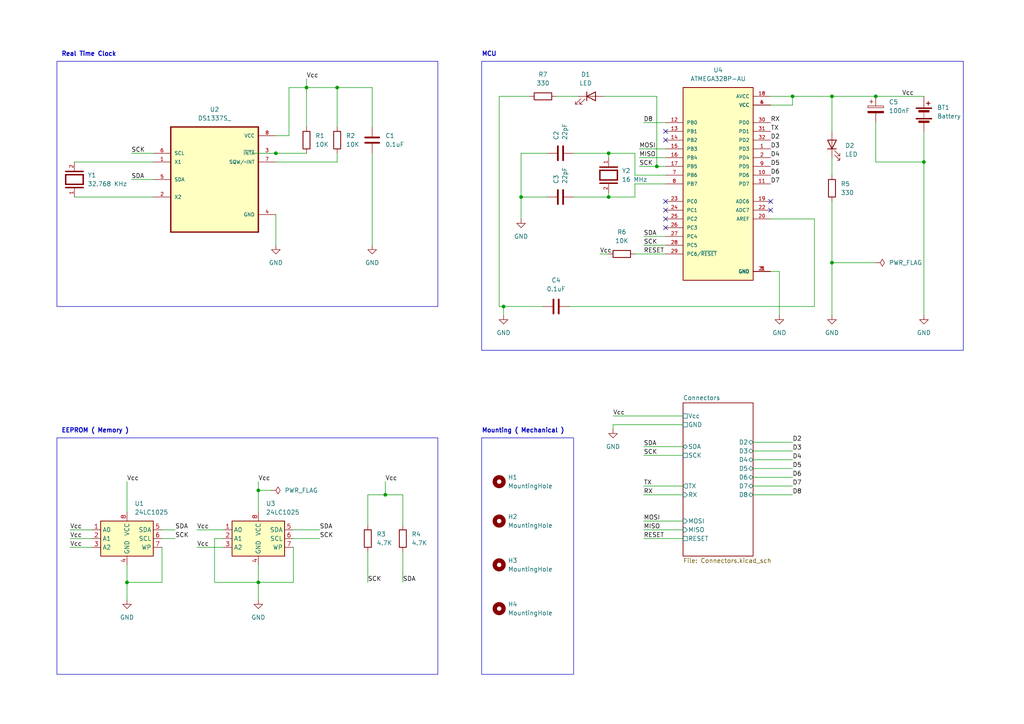
<source format=kicad_sch>
(kicad_sch (version 20230121) (generator eeschema)
  (paper "A4")
  (title_block (title "${project_name}") (date "2024-01-16") (rev "1") (company "Majed Dev"))
  (lib_symbols
    (symbol "ATMEGA328P-AU:ATMEGA328P-AU" (pin_names (offset 1.016))
      (property "Reference" "U" (at -10.1755 29.2546 0))
      (property "Value" "ATMEGA328P-AU" (at -10.1669 -31.7714 0))
      (symbol "ATMEGA328P-AU_0_0"
        (rectangle (start -10.16 -27.94) (end 10.16 27.94) (stroke (width 0.254)) (fill (type background)))
        (pin bidirectional line (at 15.24 10.16 180) (length 5.08) (name "PD3") (number "1"))
        (pin bidirectional line (at 15.24 2.54 180) (length 5.08) (name "PD6") (number "10"))
        (pin bidirectional line (at 15.24 0 180) (length 5.08) (name "PD7") (number "11"))
        (pin bidirectional line (at -15.24 17.78 0) (length 5.08) (name "PB0") (number "12"))
        (pin bidirectional line (at -15.24 15.24 0) (length 5.08) (name "PB1") (number "13"))
        (pin bidirectional line (at -15.24 12.7 0) (length 5.08) (name "PB2") (number "14"))
        (pin bidirectional line (at -15.24 10.16 0) (length 5.08) (name "PB3") (number "15"))
        (pin bidirectional line (at -15.24 7.62 0) (length 5.08) (name "PB4") (number "16"))
        (pin bidirectional line (at -15.24 5.08 0) (length 5.08) (name "PB5") (number "17"))
        (pin power_in line (at 15.24 25.4 180) (length 5.08) (name "AVCC") (number "18"))
        (pin bidirectional line (at 15.24 -5.08 180) (length 5.08) (name "ADC6") (number "19"))
        (pin bidirectional line (at 15.24 7.62 180) (length 5.08) (name "PD4") (number "2"))
        (pin input line (at 15.24 -10.16 180) (length 5.08) (name "AREF") (number "20"))
        (pin power_in line (at 15.24 -25.4 180) (length 5.08) (name "GND") (number "21"))
        (pin bidirectional line (at 15.24 -7.62 180) (length 5.08) (name "ADC7") (number "22"))
        (pin bidirectional line (at -15.24 -5.08 0) (length 5.08) (name "PC0") (number "23"))
        (pin bidirectional line (at -15.24 -7.62 0) (length 5.08) (name "PC1") (number "24"))
        (pin bidirectional line (at -15.24 -10.16 0) (length 5.08) (name "PC2") (number "25"))
        (pin bidirectional line (at -15.24 -12.7 0) (length 5.08) (name "PC3") (number "26"))
        (pin bidirectional line (at -15.24 -15.24 0) (length 5.08) (name "PC4") (number "27"))
        (pin bidirectional line (at -15.24 -17.78 0) (length 5.08) (name "PC5") (number "28"))
        (pin bidirectional line (at -15.24 -20.32 0) (length 5.08) (name "PC6/~{RESET}") (number "29"))
        (pin power_in line (at 15.24 -25.4 180) (length 5.08) (name "GND") (number "3"))
        (pin bidirectional line (at 15.24 17.78 180) (length 5.08) (name "PD0") (number "30"))
        (pin bidirectional line (at 15.24 15.24 180) (length 5.08) (name "PD1") (number "31"))
        (pin bidirectional line (at 15.24 12.7 180) (length 5.08) (name "PD2") (number "32"))
        (pin power_in line (at 15.24 22.86 180) (length 5.08) (name "VCC") (number "4"))
        (pin power_in line (at 15.24 -25.4 180) (length 5.08) (name "GND") (number "5"))
        (pin power_in line (at 15.24 22.86 180) (length 5.08) (name "VCC") (number "6"))
        (pin bidirectional line (at -15.24 2.54 0) (length 5.08) (name "PB6") (number "7"))
        (pin bidirectional line (at -15.24 0 0) (length 5.08) (name "PB7") (number "8"))
        (pin bidirectional line (at 15.24 5.08 180) (length 5.08) (name "PD5") (number "9"))
      )
    )
    (symbol "CC7V-T1A-100.000KHZ-9PF-100PPM-TA-QC:CC7V-T1A-100.000KHZ-9PF-100PPM-TA-QC" (pin_names (offset 1.016))
      (property "Reference" "Y" (at -5.0878 3.8159 0))
      (property "Value" "CC7V-T1A-100.000KHZ-9PF-100PPM-TA-QC" (at -5.0944 -5.0944 0))
      (symbol "CC7V-T1A-100.000KHZ-9PF-100PPM-TA-QC_0_0"
        (polyline (pts (xy -2.3368 2.54) (xy -2.3368 -2.54)) (stroke (width 0.4064)))
        (polyline (pts (xy -1.397 2.54) (xy -1.397 -2.54)) (stroke (width 0.4064)))
        (polyline (pts (xy -1.397 2.54) (xy 1.397 2.54)) (stroke (width 0.4064)))
        (polyline (pts (xy 1.397 -2.54) (xy -1.397 -2.54)) (stroke (width 0.4064)))
        (polyline (pts (xy 1.397 2.54) (xy 1.397 -2.54)) (stroke (width 0.4064)))
        (polyline (pts (xy 2.3368 2.54) (xy 2.3368 -2.54)) (stroke (width 0.4064)))
        (pin passive line (at -5.08 0 0) (length 2.54) (name "~") (number "1"))
        (pin passive line (at 5.08 0 180) (length 2.54) (name "~") (number "2"))
      )
    )
    (symbol "DS1337S_:DS1337S_" (pin_names (offset 1.016))
      (property "Reference" "U" (at -12.7 16.24 0))
      (property "Value" "DS1337S_" (at -12.7 -19.24 0))
      (symbol "DS1337S__0_0"
        (rectangle (start -12.7 -15.24) (end 12.7 15.24) (stroke (width 0.41)) (fill (type background)))
        (pin input line (at -17.78 5.08 0) (length 5.08) (name "X1") (number "1"))
        (pin bidirectional line (at -17.78 -5.08 0) (length 5.08) (name "X2") (number "2"))
        (pin output line (at 17.78 7.62 180) (length 5.08) (name "~{INTA}") (number "3"))
        (pin power_in line (at 17.78 -10.16 180) (length 5.08) (name "GND") (number "4"))
        (pin bidirectional line (at -17.78 0 0) (length 5.08) (name "SDA") (number "5"))
        (pin input line (at -17.78 7.62 0) (length 5.08) (name "SCL") (number "6"))
        (pin output line (at 17.78 5.08 180) (length 5.08) (name "SQW/~INT") (number "7"))
        (pin power_in line (at 17.78 12.7 180) (length 5.08) (name "VCC") (number "8"))
      )
    )
    (symbol "Device:Battery" (pin_numbers hide) (pin_names (offset 0) hide)
      (property "Reference" "BT" (at 2.54 2.54 0))
      (property "Value" "Battery" (at 2.54 0 0))
      (symbol "Battery_0_1"
        (rectangle (start -2.286 -1.27) (end 2.286 -1.524) (fill (type outline)))
        (rectangle (start -2.286 1.778) (end 2.286 1.524) (fill (type outline)))
        (rectangle (start -1.524 -2.032) (end 1.524 -2.54) (fill (type outline)))
        (rectangle (start -1.524 1.016) (end 1.524 0.508) (fill (type outline)))
        (polyline (pts (xy 0 -1.016) (xy 0 -0.762)))
        (polyline (pts (xy 0 -0.508) (xy 0 -0.254)))
        (polyline (pts (xy 0 0) (xy 0 0.254)))
        (polyline (pts (xy 0 1.778) (xy 0 2.54)))
        (polyline (pts (xy 0.762 3.048) (xy 1.778 3.048)) (stroke (width 0.254)))
        (polyline (pts (xy 1.27 3.556) (xy 1.27 2.54)) (stroke (width 0.254)))
      )
      (symbol "Battery_1_1"
        (pin passive line (at 0 5.08 270) (length 2.54) (name "+") (number "1"))
        (pin passive line (at 0 -5.08 90) (length 2.54) (name "-") (number "2"))
      )
    )
    (symbol "Device:C" (pin_numbers hide) (pin_names (offset 0.254))
      (property "Reference" "C" (at 0.635 2.54 0))
      (property "Value" "C" (at 0.635 -2.54 0))
      (symbol "C_0_1"
        (polyline (pts (xy -2.032 -0.762) (xy 2.032 -0.762)) (stroke (width 0.508)))
        (polyline (pts (xy -2.032 0.762) (xy 2.032 0.762)) (stroke (width 0.508)))
      )
      (symbol "C_1_1"
        (pin passive line (at 0 3.81 270) (length 2.794) (name "~") (number "1"))
        (pin passive line (at 0 -3.81 90) (length 2.794) (name "~") (number "2"))
      )
    )
    (symbol "Device:C_Polarized" (pin_numbers hide) (pin_names (offset 0.254))
      (property "Reference" "C" (at 0.635 2.54 0))
      (property "Value" "C_Polarized" (at 0.635 -2.54 0))
      (symbol "C_Polarized_0_1"
        (rectangle (start -2.286 0.508) (end 2.286 1.016))
        (polyline (pts (xy -1.778 2.286) (xy -0.762 2.286)))
        (polyline (pts (xy -1.27 2.794) (xy -1.27 1.778)))
        (rectangle (start 2.286 -0.508) (end -2.286 -1.016) (fill (type outline)))
      )
      (symbol "C_Polarized_1_1"
        (pin passive line (at 0 3.81 270) (length 2.794) (name "~") (number "1"))
        (pin passive line (at 0 -3.81 90) (length 2.794) (name "~") (number "2"))
      )
    )
    (symbol "Device:LED" (pin_numbers hide) (pin_names (offset 1.016) hide)
      (property "Reference" "D" (at 0 2.54 0))
      (property "Value" "LED" (at 0 -2.54 0))
      (symbol "LED_0_1"
        (polyline (pts (xy -1.27 -1.27) (xy -1.27 1.27)) (stroke (width 0.254)))
        (polyline (pts (xy -1.27 0) (xy 1.27 0)))
        (polyline (pts (xy 1.27 -1.27) (xy 1.27 1.27) (xy -1.27 0) (xy 1.27 -1.27)) (stroke (width 0.254)))
        (polyline (pts (xy -3.048 -0.762) (xy -4.572 -2.286) (xy -3.81 -2.286) (xy -4.572 -2.286) (xy -4.572 -1.524)))
        (polyline (pts (xy -1.778 -0.762) (xy -3.302 -2.286) (xy -2.54 -2.286) (xy -3.302 -2.286) (xy -3.302 -1.524)))
      )
      (symbol "LED_1_1"
        (pin passive line (at -3.81 0 0) (length 2.54) (name "K") (number "1"))
        (pin passive line (at 3.81 0 180) (length 2.54) (name "A") (number "2"))
      )
    )
    (symbol "Device:R" (pin_numbers hide) (pin_names (offset 0))
      (property "Reference" "R" (at 2.032 0 90))
      (property "Value" "R" (at 0 0 90))
      (symbol "R_0_1"
        (rectangle (start -1.016 -2.54) (end 1.016 2.54) (stroke (width 0.254)))
      )
      (symbol "R_1_1"
        (pin passive line (at 0 3.81 270) (length 1.27) (name "~") (number "1"))
        (pin passive line (at 0 -3.81 90) (length 1.27) (name "~") (number "2"))
      )
    )
    (symbol "Mechanical:MountingHole" (pin_names (offset 1.016))
      (property "Reference" "H" (at 0 5.08 0))
      (property "Value" "MountingHole" (at 0 3.175 0))
      (symbol "MountingHole_0_1"
        (circle (center 0 0) (radius 1.27) (stroke (width 1.27)))
      )
    )
    (symbol "Memory_EEPROM:24LC1025"
      (property "Reference" "U" (at -6.35 6.35 0))
      (property "Value" "24LC1025" (at 1.27 6.35 0))
      (symbol "24LC1025_1_1"
        (rectangle (start -7.62 5.08) (end 7.62 -5.08) (stroke (width 0.254)) (fill (type background)))
        (pin input line (at -10.16 2.54 0) (length 2.54) (name "A0") (number "1"))
        (pin input line (at -10.16 0 0) (length 2.54) (name "A1") (number "2"))
        (pin input line (at -10.16 -2.54 0) (length 2.54) (name "A2") (number "3"))
        (pin power_in line (at 0 -7.62 90) (length 2.54) (name "GND") (number "4"))
        (pin bidirectional line (at 10.16 2.54 180) (length 2.54) (name "SDA") (number "5"))
        (pin input line (at 10.16 0 180) (length 2.54) (name "SCL") (number "6"))
        (pin input line (at 10.16 -2.54 180) (length 2.54) (name "WP") (number "7"))
        (pin power_in line (at 0 7.62 270) (length 2.54) (name "VCC") (number "8"))
      )
    )
    (symbol "power:GND" (power) (pin_names (offset 0))
      (property "Value" "GND" (at 0 -3.81 0))
      (symbol "GND_0_1"
        (polyline (pts (xy 0 0) (xy 0 -1.27) (xy 1.27 -1.27) (xy 0 -2.54) (xy -1.27 -1.27) (xy 0 -1.27)))
      )
      (symbol "GND_1_1"
        (pin power_in line (at 0 0 270) (length 0) hide (name "GND") (number "1"))
      )
    )
    (symbol "power:PWR_FLAG" (power) (pin_numbers hide) (pin_names (offset 0) hide)
      (property "Value" "PWR_FLAG" (at 0 3.81 0))
      (symbol "PWR_FLAG_0_0"
        (pin power_out line (at 0 0 90) (length 0) (name "pwr") (number "1"))
      )
      (symbol "PWR_FLAG_0_1"
        (polyline (pts (xy 0 0) (xy 0 1.27) (xy -1.016 1.905) (xy 0 2.54) (xy 1.016 1.905) (xy 0 1.27)))
      )
    )
  )
  (junction (at 97.79 25.4))
  (junction (at 88.9 25.4))
  (junction (at 267.97 46.99))
  (junction (at 151.13 57.15))
  (junction (at 254 27.94))
  (junction (at 190.5 48.26))
  (junction (at 80.01 44.45))
  (junction (at 241.3 76.2))
  (junction (at 176.53 44.45))
  (junction (at 111.76 143.51))
  (junction (at 229.87 27.94))
  (junction (at 176.53 57.15))
  (junction (at 36.83 168.91))
  (junction (at 74.93 142.24))
  (junction (at 146.05 88.9))
  (junction (at 74.93 168.91))
  (junction (at 241.3 27.94))
  (no_connect (at 193.04 58.42))
  (no_connect (at 223.52 60.96))
  (no_connect (at 193.04 63.5))
  (no_connect (at 193.04 66.04))
  (no_connect (at 193.04 60.96))
  (no_connect (at 193.04 38.1))
  (no_connect (at 193.04 40.64))
  (no_connect (at 223.52 58.42))
  (wire (pts (xy 190.5 27.94) (xy 190.5 48.26)))
  (wire (pts (xy 111.76 139.7) (xy 111.76 143.51)))
  (wire (pts (xy 38.1 44.45) (xy 44.45 44.45)))
  (wire (pts (xy 144.78 27.94) (xy 153.67 27.94)))
  (wire (pts (xy 223.52 63.5) (xy 236.22 63.5)))
  (wire (pts (xy 46.99 158.75) (xy 46.99 168.91)))
  (wire (pts (xy 229.87 30.48) (xy 229.87 27.94)))
  (wire (pts (xy 241.3 76.2) (xy 241.3 91.44)))
  (wire (pts (xy 184.15 44.45) (xy 176.53 44.45)))
  (wire (pts (xy 267.97 46.99) (xy 267.97 91.44)))
  (wire (pts (xy 184.15 73.66) (xy 193.04 73.66)))
  (wire (pts (xy 107.95 44.45) (xy 107.95 71.12)))
  (wire (pts (xy 57.15 158.75) (xy 64.77 158.75)))
  (wire (pts (xy 62.23 156.21) (xy 62.23 168.91)))
  (wire (pts (xy 21.59 46.99) (xy 44.45 46.99)))
  (wire (pts (xy 176.53 44.45) (xy 176.53 45.72)))
  (wire (pts (xy 175.26 27.94) (xy 190.5 27.94)))
  (wire (pts (xy 83.82 25.4) (xy 88.9 25.4)))
  (wire (pts (xy 36.83 139.7) (xy 36.83 148.59)))
  (wire (pts (xy 146.05 88.9) (xy 157.48 88.9)))
  (wire (pts (xy 74.93 163.83) (xy 74.93 168.91)))
  (wire (pts (xy 176.53 57.15) (xy 176.53 55.88)))
  (wire (pts (xy 241.3 27.94) (xy 254 27.94)))
  (wire (pts (xy 223.52 27.94) (xy 229.87 27.94)))
  (wire (pts (xy 267.97 38.1) (xy 267.97 46.99)))
  (wire (pts (xy 111.76 143.51) (xy 116.84 143.51)))
  (wire (pts (xy 83.82 39.37) (xy 83.82 25.4)))
  (wire (pts (xy 116.84 143.51) (xy 116.84 152.4)))
  (wire (pts (xy 106.68 143.51) (xy 111.76 143.51)))
  (wire (pts (xy 193.04 50.8) (xy 184.15 50.8)))
  (wire (pts (xy 20.32 158.75) (xy 26.67 158.75)))
  (wire (pts (xy 57.15 153.67) (xy 64.77 153.67)))
  (wire (pts (xy 184.15 57.15) (xy 176.53 57.15)))
  (wire (pts (xy 88.9 25.4) (xy 88.9 36.83)))
  (wire (pts (xy 218.44 130.81) (xy 229.87 130.81)))
  (wire (pts (xy 218.44 140.97) (xy 229.87 140.97)))
  (wire (pts (xy 107.95 25.4) (xy 107.95 36.83)))
  (wire (pts (xy 184.15 50.8) (xy 184.15 44.45)))
  (wire (pts (xy 218.44 135.89) (xy 229.87 135.89)))
  (wire (pts (xy 80.01 71.12) (xy 80.01 62.23)))
  (wire (pts (xy 173.99 73.66) (xy 176.53 73.66)))
  (wire (pts (xy 185.42 45.72) (xy 193.04 45.72)))
  (wire (pts (xy 36.83 168.91) (xy 36.83 163.83)))
  (wire (pts (xy 184.15 53.34) (xy 184.15 57.15)))
  (wire (pts (xy 88.9 22.86) (xy 88.9 25.4)))
  (wire (pts (xy 241.3 58.42) (xy 241.3 76.2)))
  (wire (pts (xy 73.66 44.45) (xy 80.01 44.45)))
  (wire (pts (xy 106.68 160.02) (xy 106.68 168.91)))
  (wire (pts (xy 186.69 132.08) (xy 198.12 132.08)))
  (wire (pts (xy 186.69 68.58) (xy 193.04 68.58)))
  (wire (pts (xy 186.69 71.12) (xy 193.04 71.12)))
  (wire (pts (xy 151.13 57.15) (xy 151.13 63.5)))
  (wire (pts (xy 236.22 88.9) (xy 165.1 88.9)))
  (wire (pts (xy 85.09 153.67) (xy 92.71 153.67)))
  (wire (pts (xy 144.78 27.94) (xy 144.78 88.9)))
  (wire (pts (xy 177.8 123.19) (xy 177.8 124.46)))
  (wire (pts (xy 241.3 45.72) (xy 241.3 50.8)))
  (wire (pts (xy 198.12 123.19) (xy 177.8 123.19)))
  (wire (pts (xy 218.44 133.35) (xy 229.87 133.35)))
  (wire (pts (xy 97.79 25.4) (xy 107.95 25.4)))
  (wire (pts (xy 151.13 44.45) (xy 151.13 57.15)))
  (wire (pts (xy 97.79 44.45) (xy 97.79 46.99)))
  (wire (pts (xy 186.69 156.21) (xy 198.12 156.21)))
  (wire (pts (xy 62.23 168.91) (xy 74.93 168.91)))
  (wire (pts (xy 254 27.94) (xy 267.97 27.94)))
  (wire (pts (xy 186.69 153.67) (xy 198.12 153.67)))
  (wire (pts (xy 226.06 78.74) (xy 226.06 91.44)))
  (wire (pts (xy 144.78 88.9) (xy 146.05 88.9)))
  (wire (pts (xy 46.99 156.21) (xy 50.8 156.21)))
  (wire (pts (xy 190.5 48.26) (xy 193.04 48.26)))
  (wire (pts (xy 186.69 140.97) (xy 198.12 140.97)))
  (wire (pts (xy 85.09 156.21) (xy 92.71 156.21)))
  (wire (pts (xy 223.52 78.74) (xy 226.06 78.74)))
  (wire (pts (xy 185.42 43.18) (xy 193.04 43.18)))
  (wire (pts (xy 74.93 139.7) (xy 74.93 142.24)))
  (wire (pts (xy 218.44 128.27) (xy 229.87 128.27)))
  (wire (pts (xy 88.9 25.4) (xy 97.79 25.4)))
  (wire (pts (xy 151.13 57.15) (xy 158.75 57.15)))
  (wire (pts (xy 78.74 142.24) (xy 74.93 142.24)))
  (wire (pts (xy 97.79 46.99) (xy 80.01 46.99)))
  (wire (pts (xy 97.79 25.4) (xy 97.79 36.83)))
  (wire (pts (xy 218.44 138.43) (xy 229.87 138.43)))
  (wire (pts (xy 46.99 153.67) (xy 50.8 153.67)))
  (wire (pts (xy 186.69 151.13) (xy 198.12 151.13)))
  (wire (pts (xy 158.75 44.45) (xy 151.13 44.45)))
  (wire (pts (xy 106.68 152.4) (xy 106.68 143.51)))
  (wire (pts (xy 185.42 48.26) (xy 190.5 48.26)))
  (wire (pts (xy 36.83 173.99) (xy 36.83 168.91)))
  (wire (pts (xy 46.99 168.91) (xy 36.83 168.91)))
  (wire (pts (xy 74.93 142.24) (xy 74.93 148.59)))
  (wire (pts (xy 193.04 53.34) (xy 184.15 53.34)))
  (wire (pts (xy 241.3 27.94) (xy 241.3 38.1)))
  (wire (pts (xy 116.84 160.02) (xy 116.84 168.91)))
  (wire (pts (xy 186.69 143.51) (xy 198.12 143.51)))
  (wire (pts (xy 80.01 44.45) (xy 88.9 44.45)))
  (wire (pts (xy 64.77 156.21) (xy 62.23 156.21)))
  (wire (pts (xy 186.69 35.56) (xy 193.04 35.56)))
  (wire (pts (xy 236.22 63.5) (xy 236.22 88.9)))
  (wire (pts (xy 218.44 143.51) (xy 229.87 143.51)))
  (wire (pts (xy 223.52 30.48) (xy 229.87 30.48)))
  (wire (pts (xy 161.29 27.94) (xy 167.64 27.94)))
  (wire (pts (xy 254 46.99) (xy 267.97 46.99)))
  (wire (pts (xy 186.69 129.54) (xy 198.12 129.54)))
  (wire (pts (xy 146.05 91.44) (xy 146.05 88.9)))
  (wire (pts (xy 166.37 44.45) (xy 176.53 44.45)))
  (wire (pts (xy 85.09 168.91) (xy 74.93 168.91)))
  (wire (pts (xy 229.87 27.94) (xy 241.3 27.94)))
  (wire (pts (xy 21.59 57.15) (xy 44.45 57.15)))
  (wire (pts (xy 80.01 39.37) (xy 83.82 39.37)))
  (wire (pts (xy 74.93 173.99) (xy 74.93 168.91)))
  (wire (pts (xy 254 35.56) (xy 254 46.99)))
  (wire (pts (xy 241.3 76.2) (xy 254 76.2)))
  (wire (pts (xy 166.37 57.15) (xy 176.53 57.15)))
  (wire (pts (xy 85.09 158.75) (xy 85.09 168.91)))
  (wire (pts (xy 177.8 120.65) (xy 198.12 120.65)))
  (wire (pts (xy 20.32 153.67) (xy 26.67 153.67)))
  (wire (pts (xy 20.32 156.21) (xy 26.67 156.21)))
  (wire (pts (xy 38.1 52.07) (xy 44.45 52.07)))
  (rectangle (start 139.7 127) (end 166.37 195.58))
  (rectangle (start 139.7 17.78) (end 279.4 101.6))
  (rectangle (start 16.51 17.78) (end 127 88.9))
  (rectangle (start 16.51 127) (end 127 195.58))
  (text "MCU" (at 139.7 16.51 0) (effects (font (size 1.27 1.27) (thickness 0.254) bold) (justify left bottom)))
  (text "EEPROM ( Memory )" (at 17.78 125.73 0) (effects (font (size 1.27 1.27) (thickness 0.254) bold) (justify left bottom)))
  (text "Mounting ( Mechanical )" (at 139.7 125.73 0) (effects (font (size 1.27 1.27) (thickness 0.254) bold) (justify left bottom)))
  (text "Real Time Clock" (at 17.78 16.51 0) (effects (font (size 1.27 1.27) (thickness 0.254) bold) (justify left bottom)))
  (label "Vcc" (at 20.32 156.21 0))
  (label "D8" (at 229.87 143.51 0))
  (label "RX" (at 186.69 143.51 0))
  (label "D3" (at 223.52 43.18 0))
  (label "Vcc" (at 74.93 139.7 0))
  (label "SDA" (at 116.84 168.91 0))
  (label "Vcc" (at 111.76 139.7 0))
  (label "RESET" (at 186.69 156.21 0))
  (label "Vcc" (at 20.32 153.67 0))
  (label "MOSI" (at 186.69 151.13 0))
  (label "SDA" (at 92.71 153.67 0))
  (label "D6" (at 223.52 50.8 0))
  (label "MISO" (at 186.69 153.67 0))
  (label "Vcc" (at 88.9 22.86 0))
  (label "MISO" (at 185.42 45.72 0))
  (label "SCK" (at 186.69 71.12 0))
  (label "D7" (at 223.52 53.34 0))
  (label "RESET" (at 186.69 73.66 0))
  (label "SCK" (at 38.1 44.45 0))
  (label "Vcc" (at 177.8 120.65 0))
  (label "D4" (at 229.87 133.35 0))
  (label "Vcc" (at 57.15 153.67 0))
  (label "D4" (at 223.52 45.72 0))
  (label "D5" (at 229.87 135.89 0))
  (label "SCK" (at 186.69 132.08 0))
  (label "TX" (at 186.69 140.97 0))
  (label "RX" (at 223.52 35.56 0))
  (label "SDA" (at 50.8 153.67 0))
  (label "Vcc" (at 20.32 158.75 0))
  (label "SDA" (at 38.1 52.07 0))
  (label "D6" (at 229.87 138.43 0))
  (label "SCK" (at 50.8 156.21 0))
  (label "SCK" (at 185.42 48.26 0))
  (label "Vcc" (at 261.62 27.94 0))
  (label "D3" (at 229.87 130.81 0))
  (label "D5" (at 223.52 48.26 0))
  (label "D8" (at 186.69 35.56 0))
  (label "D2" (at 229.87 128.27 0))
  (label "MOSI" (at 185.42 43.18 0))
  (label "Vcc" (at 57.15 158.75 0))
  (label "TX" (at 223.52 38.1 0))
  (label "SCK" (at 92.71 156.21 0))
  (label "SDA" (at 186.69 129.54 0))
  (label "Vcc" (at 36.83 139.7 0))
  (label "Vcc" (at 173.99 73.66 0))
  (label "SDA" (at 186.69 68.58 0))
  (label "D7" (at 229.87 140.97 0))
  (label "D2" (at 223.52 40.64 0))
  (label "SCK" (at 106.68 168.91 0))
  (symbol (lib_id "Device:C") (at 162.56 57.15 90) (unit 1)
    (property "Reference" "C3" (at 161.29 53.34 0) (effects (justify left)))
    (property "Value" "22pF" (at 163.83 53.34 0) (effects (justify left)))
    (property "Footprint" "Capacitor_SMD:C_0805_2012Metric" (effects hide))
  )
  (symbol (lib_id "Device:R") (at 157.48 27.94 90) (unit 1)
    (property "Reference" "R7" (at 157.48 21.59 90))
    (property "Value" "330" (at 157.48 24.13 90))
    (property "Footprint" "Resistor_SMD:R_0805_2012Metric" (effects hide))
  )
  (symbol (lib_id "Device:Battery") (at 267.97 33.02 0) (unit 1)
    (property "Reference" "BT1" (at 271.78 31.1785 0) (effects (justify left)))
    (property "Value" "Battery" (at 271.78 33.7185 0) (effects (justify left)))
    (property "Footprint" "Connector_PinHeader_2.54mm:PinHeader_2x01_P2.54mm_Vertical" (effects hide))
  )
  (symbol (lib_id "power:GND") (at 151.13 63.5 0) (unit 1)
    (property "Reference" "#PWR06" (effects hide))
    (property "Value" "GND" (at 151.13 68.58 0))
  )
  (symbol (lib_id "Device:R") (at 180.34 73.66 90) (unit 1)
    (property "Reference" "R6" (at 180.34 67.31 90))
    (property "Value" "10K" (at 180.34 69.85 90))
    (property "Footprint" "Resistor_SMD:R_0805_2012Metric" (effects hide))
  )
  (symbol (lib_id "power:GND") (at 177.8 124.46 0) (unit 1)
    (property "Reference" "#PWR010" (effects hide))
    (property "Value" "GND" (at 177.8 129.54 0))
  )
  (symbol (lib_id "power:GND") (at 36.83 173.99 0) (unit 1)
    (property "Reference" "#PWR04" (effects hide))
    (property "Value" "GND" (at 36.83 179.07 0))
  )
  (symbol (lib_id "Device:LED") (at 241.3 41.91 90) (unit 1)
    (property "Reference" "D2" (at 245.11 42.2275 90) (effects (justify right)))
    (property "Value" "LED" (at 245.11 44.7675 90) (effects (justify right)))
    (property "Footprint" "LED_SMD:LED_0805_2012Metric" (effects hide))
  )
  (symbol (lib_id "Mechanical:MountingHole") (at 144.78 176.53 0) (unit 1)
    (property "Reference" "H4" (at 147.32 175.26 0) (effects (justify left)))
    (property "Value" "MountingHole" (at 147.32 177.8 0) (effects (justify left)))
    (property "Footprint" "MountingHole:MountingHole_2.1mm" (effects hide))
  )
  (symbol (lib_id "Device:R") (at 97.79 40.64 0) (unit 1)
    (property "Reference" "R2" (at 100.33 39.37 0) (effects (justify left)))
    (property "Value" "10K" (at 100.33 41.91 0) (effects (justify left)))
    (property "Footprint" "Resistor_SMD:R_0805_2012Metric" (effects hide))
  )
  (symbol (lib_id "Mechanical:MountingHole") (at 144.78 139.7 0) (unit 1)
    (property "Reference" "H1" (at 147.32 138.43 0) (effects (justify left)))
    (property "Value" "MountingHole" (at 147.32 140.97 0) (effects (justify left)))
    (property "Footprint" "MountingHole:MountingHole_2.1mm" (effects hide))
  )
  (symbol (lib_id "Mechanical:MountingHole") (at 144.78 163.83 0) (unit 1)
    (property "Reference" "H3" (at 147.32 162.56 0) (effects (justify left)))
    (property "Value" "MountingHole" (at 147.32 165.1 0) (effects (justify left)))
    (property "Footprint" "MountingHole:MountingHole_2.1mm" (effects hide))
  )
  (symbol (lib_id "power:PWR_FLAG") (at 254 76.2 270) (unit 1)
    (property "Reference" "#FLG01" (effects hide))
    (property "Value" "PWR_FLAG" (at 257.81 76.2 90) (effects (justify left)))
  )
  (symbol (lib_id "power:GND") (at 74.93 173.99 0) (unit 1)
    (property "Reference" "#PWR03" (effects hide))
    (property "Value" "GND" (at 74.93 179.07 0))
  )
  (symbol (lib_id "Device:R") (at 88.9 40.64 0) (unit 1)
    (property "Reference" "R1" (at 91.44 39.37 0) (effects (justify left)))
    (property "Value" "10K" (at 91.44 41.91 0) (effects (justify left)))
    (property "Footprint" "Resistor_SMD:R_0805_2012Metric" (effects hide))
  )
  (symbol (lib_id "Device:R") (at 241.3 54.61 0) (unit 1)
    (property "Reference" "R5" (at 243.84 53.34 0) (effects (justify left)))
    (property "Value" "330" (at 243.84 55.88 0) (effects (justify left)))
    (property "Footprint" "Resistor_SMD:R_0805_2012Metric" (effects hide))
  )
  (symbol (lib_id "Memory_EEPROM:24LC1025") (at 74.93 156.21 0) (unit 1)
    (property "Reference" "U3" (at 77.1241 146.05 0) (effects (justify left)))
    (property "Value" "24LC1025" (at 77.1241 148.59 0) (effects (justify left)))
    (property "Footprint" "Package_SO:SOIC-8_5.23x5.23mm_P1.27mm" (effects hide))
    (property "Datasheet" "http://ww1.microchip.com/downloads/en/DeviceDoc/21941B.pdf" (effects hide))
  )
  (symbol (lib_id "power:GND") (at 241.3 91.44 0) (unit 1)
    (property "Reference" "#PWR07" (effects hide))
    (property "Value" "GND" (at 241.3 96.52 0))
  )
  (symbol (lib_id "Device:R") (at 106.68 156.21 0) (unit 1)
    (property "Reference" "R3" (at 109.22 154.94 0) (effects (justify left)))
    (property "Value" "4.7K" (at 109.22 157.48 0) (effects (justify left)))
    (property "Footprint" "Resistor_SMD:R_0805_2012Metric" (effects hide))
  )
  (symbol (lib_id "power:PWR_FLAG") (at 78.74 142.24 270) (unit 1)
    (property "Reference" "#FLG03" (effects hide))
    (property "Value" "PWR_FLAG" (at 82.55 142.24 90) (effects (justify left)))
  )
  (symbol (lib_id "Device:C_Polarized") (at 254 31.75 0) (unit 1)
    (property "Reference" "C5" (at 257.81 29.591 0) (effects (justify left)))
    (property "Value" "100nF" (at 257.81 32.131 0) (effects (justify left)))
    (property "Footprint" "Capacitor_SMD:C_0805_2012Metric" (effects hide))
  )
  (symbol (lib_id "CC7V-T1A-100.000KHZ-9PF-100PPM-TA-QC:CC7V-T1A-100.000KHZ-9PF-100PPM-TA-QC") (at 21.59 52.07 90) (unit 1)
    (property "Reference" "Y1" (at 25.4 50.8 90) (effects (justify right)))
    (property "Value" "32.768 KHz" (at 25.4 53.34 90) (effects (justify right)))
    (property "Footprint" "Crystal:Crystal_SMD_5032-2Pin_5.0x3.2mm_HandSoldering" (effects hide))
    (property "MF" "Micro Crystal" (effects hide))
    (property "MAXIMUM_PACKAGE_HEIGHT" "0.9 mm" (effects hide))
    (property "Package" "SMD-2 Micro Crystal" (effects hide))
    (property "Price" "None" (effects hide))
    (property "Check_prices" "https://www.snapeda.com/parts/CC7V-T1A-100.000KHZ-9PF-100PPM-TA-QC/Micro+Crystal/view-part/?ref=eda" (effects hide))
    (property "STANDARD" "Manufacturer Recommendations" (effects hide))
    (property "PARTREV" "8.1/03.2021" (effects hide))
    (property "SnapEDA_Link" "https://www.snapeda.com/parts/CC7V-T1A-100.000KHZ-9PF-100PPM-TA-QC/Micro+Crystal/view-part/?ref=snap" (effects hide))
    (property "MP" "CC7V-T1A-100.000KHZ-9PF-100PPM-TA-QC" (effects hide))
    (property "Purchase-URL" "https://www.snapeda.com/api/url_track_click_mouser/?unipart_id=6285302&manufacturer=Micro Crystal&part_name=CC7V-T1A-100.000KHZ-9PF-100PPM-TA-QC&search_term=crystal:crystal_smd_5032-2pin_5.0 x3.2mm_handsoldering" (effects hide))
    (property "Description" "\nTuning Fork Crystal 32.768kHz in SMD 1.5 x 3.2 mm package\n" (effects hide))
    (property "Availability" "In Stock" (effects hide))
    (property "MANUFACTURER" "Micro Crystal" (effects hide))
  )
  (symbol (lib_id "Device:C") (at 107.95 40.64 0) (unit 1)
    (property "Reference" "C1" (at 111.76 39.37 0) (effects (justify left)))
    (property "Value" "0.1uF" (at 111.76 41.91 0) (effects (justify left)))
    (property "Footprint" "Capacitor_SMD:C_0805_2012Metric" (effects hide))
  )
  (symbol (lib_id "ATMEGA328P-AU:ATMEGA328P-AU") (at 208.28 53.34 0) (unit 1)
    (property "Reference" "U4" (at 208.28 20.32 0))
    (property "Value" "ATMEGA328P-AU" (at 208.28 22.86 0))
    (property "Footprint" "Project_Libraries:QFP80P900X900X120-32N" (effects hide))
    (property "MF" "Microchip" (effects hide))
    (property "MAXIMUM_PACKAGE_HEIGHT" "1.20mm" (effects hide))
    (property "Package" "TQFP-32 Microchip" (effects hide))
    (property "Price" "None" (effects hide))
    (property "Check_prices" "https://www.snapeda.com/parts/ATMEGA328P-AU/Microchip/view-part/?ref=eda" (effects hide))
    (property "STANDARD" "IPC-7351B" (effects hide))
    (property "PARTREV" "8271A" (effects hide))
    (property "SnapEDA_Link" "https://www.snapeda.com/parts/ATMEGA328P-AU/Microchip/view-part/?ref=snap" (effects hide))
    (property "MP" "ATMEGA328P-AU" (effects hide))
    (property "Purchase-URL" "https://www.snapeda.com/api/url_track_click_mouser/?unipart_id=44280&manufacturer=Microchip&part_name=ATMEGA328P-AU&search_term=atmega328p-au" (effects hide))
    (property "Description" "\nAVR AVR® ATmega Microcontroller IC 8-Bit 20MHz 32KB (16K x 16) FLASH 32-TQFP (7x7)\n" (effects hide))
    (property "Availability" "In Stock" (effects hide))
    (property "MANUFACTURER" "Microchip" (effects hide))
  )
  (symbol (lib_id "power:GND") (at 80.01 71.12 0) (unit 1)
    (property "Reference" "#PWR02" (effects hide))
    (property "Value" "GND" (at 80.01 76.2 0))
  )
  (symbol (lib_id "power:GND") (at 107.95 71.12 0) (unit 1)
    (property "Reference" "#PWR01" (effects hide))
    (property "Value" "GND" (at 107.95 76.2 0))
  )
  (symbol (lib_id "power:GND") (at 267.97 91.44 0) (unit 1)
    (property "Reference" "#PWR08" (effects hide))
    (property "Value" "GND" (at 267.97 96.52 0))
  )
  (symbol (lib_id "Device:LED") (at 171.45 27.94 0) (unit 1)
    (property "Reference" "D1" (at 169.8625 21.59 0))
    (property "Value" "LED" (at 169.8625 24.13 0))
    (property "Footprint" "LED_SMD:LED_0805_2012Metric" (effects hide))
  )
  (symbol (lib_id "Mechanical:MountingHole") (at 144.78 151.13 0) (unit 1)
    (property "Reference" "H2" (at 147.32 149.86 0) (effects (justify left)))
    (property "Value" "MountingHole" (at 147.32 152.4 0) (effects (justify left)))
    (property "Footprint" "MountingHole:MountingHole_2.1mm" (effects hide))
  )
  (symbol (lib_id "DS1337S_:DS1337S_") (at 62.23 52.07 0) (unit 1)
    (property "Reference" "U2" (at 62.23 31.75 0))
    (property "Value" "DS1337S_" (at 62.23 34.29 0))
    (property "Footprint" "Project_Libraries:SOIC127P600X175-8N" (effects hide))
    (property "MF" "Maxim Integrated Products" (effects hide))
    (property "Description" "\nReal Time Clock (RTC) IC Clock/Calendar I2C, 2-Wire Serial 8-SOIC (0.154, 3.90mm Width)\n" (effects hide))
    (property "Package" "None" (effects hide))
    (property "Price" "None" (effects hide))
    (property "SnapEDA_Link" "https://www.snapeda.com/parts/DS1337S+/Analog+Devices/view-part/?ref=snap" (effects hide))
    (property "MP" "DS1337S+" (effects hide))
    (property "Availability" "In Stock" (effects hide))
    (property "Check_prices" "https://www.snapeda.com/parts/DS1337S+/Analog+Devices/view-part/?ref=eda" (effects hide))
  )
  (symbol (lib_id "power:GND") (at 146.05 91.44 0) (unit 1)
    (property "Reference" "#PWR05" (effects hide))
    (property "Value" "GND" (at 146.05 96.52 0))
  )
  (symbol (lib_id "power:GND") (at 226.06 91.44 0) (unit 1)
    (property "Reference" "#PWR09" (effects hide))
    (property "Value" "GND" (at 226.06 96.52 0))
  )
  (symbol (lib_id "Device:C") (at 161.29 88.9 90) (unit 1)
    (property "Reference" "C4" (at 161.29 81.28 90))
    (property "Value" "0.1uF" (at 161.29 83.82 90))
    (property "Footprint" "Capacitor_SMD:C_0805_2012Metric" (effects hide))
  )
  (symbol (lib_id "Memory_EEPROM:24LC1025") (at 36.83 156.21 0) (unit 1)
    (property "Reference" "U1" (at 39.0241 146.05 0) (effects (justify left)))
    (property "Value" "24LC1025" (at 39.0241 148.59 0) (effects (justify left)))
    (property "Footprint" "Package_SO:SOIC-8_5.23x5.23mm_P1.27mm" (effects hide))
    (property "Datasheet" "http://ww1.microchip.com/downloads/en/DeviceDoc/21941B.pdf" (effects hide))
  )
  (symbol (lib_id "Device:R") (at 116.84 156.21 0) (unit 1)
    (property "Reference" "R4" (at 119.38 154.94 0) (effects (justify left)))
    (property "Value" "4.7K" (at 119.38 157.48 0) (effects (justify left)))
    (property "Footprint" "Resistor_SMD:R_0805_2012Metric" (effects hide))
  )
  (symbol (lib_id "CC7V-T1A-100.000KHZ-9PF-100PPM-TA-QC:CC7V-T1A-100.000KHZ-9PF-100PPM-TA-QC") (at 176.53 50.8 270) (unit 1)
    (property "Reference" "Y2" (at 180.34 49.53 90) (effects (justify left)))
    (property "Value" "16 MHz" (at 180.34 52.07 90) (effects (justify left)))
    (property "Footprint" "Crystal:Crystal_SMD_5032-2Pin_5.0x3.2mm_HandSoldering" (effects hide))
    (property "MF" "Micro Crystal" (effects hide))
    (property "MAXIMUM_PACKAGE_HEIGHT" "0.9 mm" (effects hide))
    (property "Package" "SMD-2 Micro Crystal" (effects hide))
    (property "Price" "None" (effects hide))
    (property "Check_prices" "https://www.snapeda.com/parts/CC7V-T1A-100.000KHZ-9PF-100PPM-TA-QC/Micro+Crystal/view-part/?ref=eda" (effects hide))
    (property "STANDARD" "Manufacturer Recommendations" (effects hide))
    (property "PARTREV" "8.1/03.2021" (effects hide))
    (property "SnapEDA_Link" "https://www.snapeda.com/parts/CC7V-T1A-100.000KHZ-9PF-100PPM-TA-QC/Micro+Crystal/view-part/?ref=snap" (effects hide))
    (property "MP" "CC7V-T1A-100.000KHZ-9PF-100PPM-TA-QC" (effects hide))
    (property "Purchase-URL" "https://www.snapeda.com/api/url_track_click_mouser/?unipart_id=6285302&manufacturer=Micro Crystal&part_name=CC7V-T1A-100.000KHZ-9PF-100PPM-TA-QC&search_term=crystal:crystal_smd_5032-2pin_5.0 x3.2mm_handsoldering" (effects hide))
    (property "Description" "\nTuning Fork Crystal 32.768kHz in SMD 1.5 x 3.2 mm package\n" (effects hide))
    (property "Availability" "In Stock" (effects hide))
    (property "MANUFACTURER" "Micro Crystal" (effects hide))
  )
  (symbol (lib_id "Device:C") (at 162.56 44.45 90) (unit 1)
    (property "Reference" "C2" (at 161.29 40.64 0) (effects (justify left)))
    (property "Value" "22pF" (at 163.83 40.64 0) (effects (justify left)))
    (property "Footprint" "Capacitor_SMD:C_0805_2012Metric" (effects hide))
  )
  (sheet (at 198.12 116.84) (size 20.32 44.45) (stroke (width 0.1524))
    (property "Sheetname" "Connectors" (at 198.12 116.1284 0) (effects (justify left bottom)))
    (property "Sheetfile" "Connectors.kicad_sch" (at 198.12 161.8746 0) (effects (justify left top)))
    (pin "Vcc" passive (at 198.12 120.65 180))
    (pin "SDA" bidirectional (at 198.12 129.54 180))
    (pin "SCK" passive (at 198.12 132.08 180))
    (pin "GND" passive (at 198.12 123.19 180))
    (pin "TX" output (at 198.12 140.97 180))
    (pin "RX" input (at 198.12 143.51 180))
    (pin "D7" bidirectional (at 218.44 140.97 0))
    (pin "D8" bidirectional (at 218.44 143.51 0))
    (pin "MOSI" input (at 198.12 151.13 180))
    (pin "D2" bidirectional (at 218.44 128.27 0))
    (pin "D6" bidirectional (at 218.44 138.43 0))
    (pin "D4" bidirectional (at 218.44 133.35 0))
    (pin "D3" bidirectional (at 218.44 130.81 0))
    (pin "D5" bidirectional (at 218.44 135.89 0))
    (pin "RESET" passive (at 198.12 156.21 180))
    (pin "MISO" input (at 198.12 153.67 180))
  )
)
</source>
